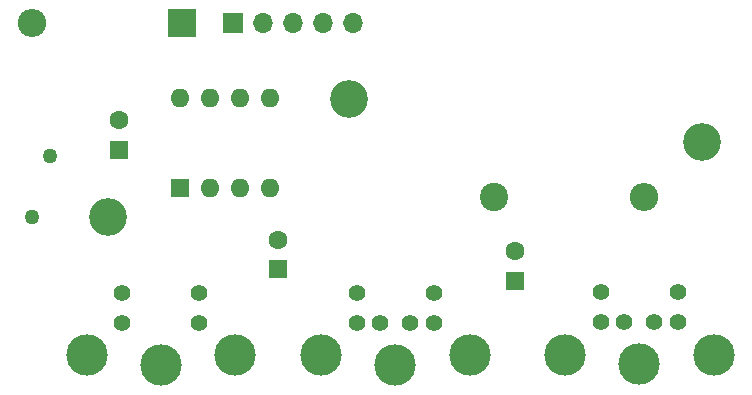
<source format=gbr>
%TF.GenerationSoftware,KiCad,Pcbnew,6.99.0-unknown-3b63ce8a48~154~ubuntu22.04.1*%
%TF.CreationDate,2022-10-12T06:00:40-06:00*%
%TF.ProjectId,PS2_ADB,5053325f-4144-4422-9e6b-696361645f70,rev?*%
%TF.SameCoordinates,Original*%
%TF.FileFunction,Soldermask,Bot*%
%TF.FilePolarity,Negative*%
%FSLAX46Y46*%
G04 Gerber Fmt 4.6, Leading zero omitted, Abs format (unit mm)*
G04 Created by KiCad (PCBNEW 6.99.0-unknown-3b63ce8a48~154~ubuntu22.04.1) date 2022-10-12 06:00:40*
%MOMM*%
%LPD*%
G01*
G04 APERTURE LIST*
%ADD10C,2.400000*%
%ADD11O,2.400000X2.400000*%
%ADD12R,1.600000X1.600000*%
%ADD13C,1.600000*%
%ADD14C,3.200000*%
%ADD15C,1.410000*%
%ADD16C,3.500000*%
%ADD17R,1.700000X1.700000*%
%ADD18O,1.700000X1.700000*%
%ADD19R,2.400000X2.400000*%
%ADD20O,1.600000X1.600000*%
%ADD21C,1.270000*%
G04 APERTURE END LIST*
D10*
%TO.C,R2*%
X178500000Y-102000000D03*
D11*
X191199999Y-101999999D03*
%TD*%
D12*
%TO.C,C6*%
X180199999Y-109105112D03*
D13*
X180200000Y-106605113D03*
%TD*%
D12*
%TO.C,C5*%
X160199999Y-108099999D03*
D13*
X160200000Y-105600000D03*
%TD*%
D12*
%TO.C,C3*%
X146699999Y-97999999D03*
D13*
X146700000Y-95500000D03*
%TD*%
D14*
%TO.C,H2*%
X196100000Y-97300000D03*
%TD*%
D15*
%TO.C,J4*%
X147000000Y-112640000D03*
X153520000Y-112640000D03*
X147000000Y-110100000D03*
X153520000Y-110100000D03*
D16*
X143960000Y-115410000D03*
X150260000Y-116210000D03*
X156560000Y-115410000D03*
%TD*%
D15*
%TO.C,J3*%
X192030000Y-112600000D03*
X189490000Y-112600000D03*
X194020000Y-112600000D03*
X187500000Y-112600000D03*
X194020000Y-110060000D03*
X187500000Y-110060000D03*
D16*
X184460000Y-115370000D03*
X190760000Y-116170000D03*
X197060000Y-115370000D03*
%TD*%
D17*
%TO.C,J5*%
X156399999Y-87299999D03*
D18*
X158939999Y-87299999D03*
X161479999Y-87299999D03*
X164019999Y-87299999D03*
X166559999Y-87299999D03*
%TD*%
D14*
%TO.C,H3*%
X166200000Y-93700000D03*
%TD*%
D19*
%TO.C,D1*%
X152049999Y-87299999D03*
D11*
X139349999Y-87299999D03*
%TD*%
D12*
%TO.C,U1*%
X151899999Y-101199999D03*
D20*
X154439999Y-101199999D03*
X156979999Y-101199999D03*
X159519999Y-101199999D03*
X159519999Y-93579999D03*
X156979999Y-93579999D03*
X154439999Y-93579999D03*
X151899999Y-93579999D03*
%TD*%
D14*
%TO.C,H1*%
X145800000Y-103700000D03*
%TD*%
D15*
%TO.C,J2*%
X171370000Y-112630000D03*
X168830000Y-112630000D03*
X173360000Y-112630000D03*
X166840000Y-112630000D03*
X173360000Y-110090000D03*
X166840000Y-110090000D03*
D16*
X163800000Y-115400000D03*
X170100000Y-116200000D03*
X176400000Y-115400000D03*
%TD*%
D21*
%TO.C,F2*%
X139300000Y-103650000D03*
X140900000Y-98550000D03*
%TD*%
M02*

</source>
